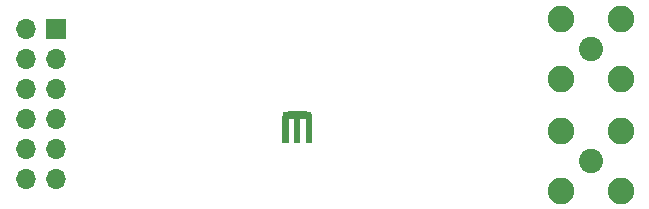
<source format=gbr>
G04 #@! TF.GenerationSoftware,KiCad,Pcbnew,5.1.10-1.fc33*
G04 #@! TF.CreationDate,2021-10-10T14:47:09-05:00*
G04 #@! TF.ProjectId,lvds_pmod,6c766473-5f70-46d6-9f64-2e6b69636164,A*
G04 #@! TF.SameCoordinates,Original*
G04 #@! TF.FileFunction,Soldermask,Bot*
G04 #@! TF.FilePolarity,Negative*
%FSLAX46Y46*%
G04 Gerber Fmt 4.6, Leading zero omitted, Abs format (unit mm)*
G04 Created by KiCad (PCBNEW 5.1.10-1.fc33) date 2021-10-10 14:47:09*
%MOMM*%
%LPD*%
G01*
G04 APERTURE LIST*
%ADD10C,0.010000*%
%ADD11C,2.250000*%
%ADD12C,2.050000*%
%ADD13O,1.700000X1.700000*%
%ADD14R,1.700000X1.700000*%
G04 APERTURE END LIST*
D10*
G36*
X151378129Y-92328133D02*
G01*
X151179701Y-92328377D01*
X151016328Y-92328956D01*
X150884369Y-92330011D01*
X150780184Y-92331683D01*
X150700135Y-92334114D01*
X150640580Y-92337444D01*
X150597881Y-92341816D01*
X150568399Y-92347369D01*
X150548492Y-92354246D01*
X150534522Y-92362588D01*
X150525222Y-92370367D01*
X150500931Y-92392328D01*
X150480275Y-92413065D01*
X150462940Y-92436017D01*
X150448612Y-92464628D01*
X150436977Y-92502339D01*
X150427723Y-92552591D01*
X150420536Y-92618828D01*
X150415103Y-92704489D01*
X150411109Y-92813019D01*
X150408242Y-92947857D01*
X150406187Y-93112446D01*
X150404633Y-93310228D01*
X150403264Y-93544645D01*
X150402317Y-93719792D01*
X150395884Y-94899834D01*
X150842666Y-94899834D01*
X150842666Y-92846667D01*
X151393000Y-92846667D01*
X151393000Y-94899834D01*
X151837500Y-94899834D01*
X151837500Y-92846667D01*
X152387833Y-92846667D01*
X152387833Y-94899834D01*
X152811166Y-94899834D01*
X152811166Y-93713449D01*
X152811152Y-93452762D01*
X152810929Y-93230987D01*
X152810229Y-93044705D01*
X152808780Y-92890495D01*
X152806314Y-92764937D01*
X152802561Y-92664611D01*
X152797251Y-92586096D01*
X152790115Y-92525971D01*
X152780883Y-92480817D01*
X152769285Y-92447213D01*
X152755052Y-92421738D01*
X152737913Y-92400973D01*
X152717600Y-92381497D01*
X152705278Y-92370367D01*
X152693431Y-92360759D01*
X152678545Y-92352728D01*
X152656979Y-92346133D01*
X152625094Y-92340832D01*
X152579250Y-92336684D01*
X152515808Y-92333549D01*
X152431128Y-92331284D01*
X152321569Y-92329750D01*
X152183493Y-92328803D01*
X152013260Y-92328305D01*
X151807230Y-92328112D01*
X151615250Y-92328084D01*
X151378129Y-92328133D01*
G37*
X151378129Y-92328133D02*
X151179701Y-92328377D01*
X151016328Y-92328956D01*
X150884369Y-92330011D01*
X150780184Y-92331683D01*
X150700135Y-92334114D01*
X150640580Y-92337444D01*
X150597881Y-92341816D01*
X150568399Y-92347369D01*
X150548492Y-92354246D01*
X150534522Y-92362588D01*
X150525222Y-92370367D01*
X150500931Y-92392328D01*
X150480275Y-92413065D01*
X150462940Y-92436017D01*
X150448612Y-92464628D01*
X150436977Y-92502339D01*
X150427723Y-92552591D01*
X150420536Y-92618828D01*
X150415103Y-92704489D01*
X150411109Y-92813019D01*
X150408242Y-92947857D01*
X150406187Y-93112446D01*
X150404633Y-93310228D01*
X150403264Y-93544645D01*
X150402317Y-93719792D01*
X150395884Y-94899834D01*
X150842666Y-94899834D01*
X150842666Y-92846667D01*
X151393000Y-92846667D01*
X151393000Y-94899834D01*
X151837500Y-94899834D01*
X151837500Y-92846667D01*
X152387833Y-92846667D01*
X152387833Y-94899834D01*
X152811166Y-94899834D01*
X152811166Y-93713449D01*
X152811152Y-93452762D01*
X152810929Y-93230987D01*
X152810229Y-93044705D01*
X152808780Y-92890495D01*
X152806314Y-92764937D01*
X152802561Y-92664611D01*
X152797251Y-92586096D01*
X152790115Y-92525971D01*
X152780883Y-92480817D01*
X152769285Y-92447213D01*
X152755052Y-92421738D01*
X152737913Y-92400973D01*
X152717600Y-92381497D01*
X152705278Y-92370367D01*
X152693431Y-92360759D01*
X152678545Y-92352728D01*
X152656979Y-92346133D01*
X152625094Y-92340832D01*
X152579250Y-92336684D01*
X152515808Y-92333549D01*
X152431128Y-92331284D01*
X152321569Y-92329750D01*
X152183493Y-92328803D01*
X152013260Y-92328305D01*
X151807230Y-92328112D01*
X151615250Y-92328084D01*
X151378129Y-92328133D01*
D11*
X173960000Y-99040000D03*
X173960000Y-93960000D03*
X179040000Y-93960000D03*
X179040000Y-99040000D03*
D12*
X176500000Y-96500000D03*
D11*
X173960000Y-89540000D03*
X173960000Y-84460000D03*
X179040000Y-84460000D03*
X179040000Y-89540000D03*
D12*
X176500000Y-87000000D03*
D13*
X128660000Y-98005000D03*
X131200000Y-98005000D03*
X128660000Y-95465000D03*
X131200000Y-95465000D03*
X128660000Y-92925000D03*
X131200000Y-92925000D03*
X128660000Y-90385000D03*
X131200000Y-90385000D03*
X128660000Y-87845000D03*
X131200000Y-87845000D03*
X128660000Y-85305000D03*
D14*
X131200000Y-85305000D03*
M02*

</source>
